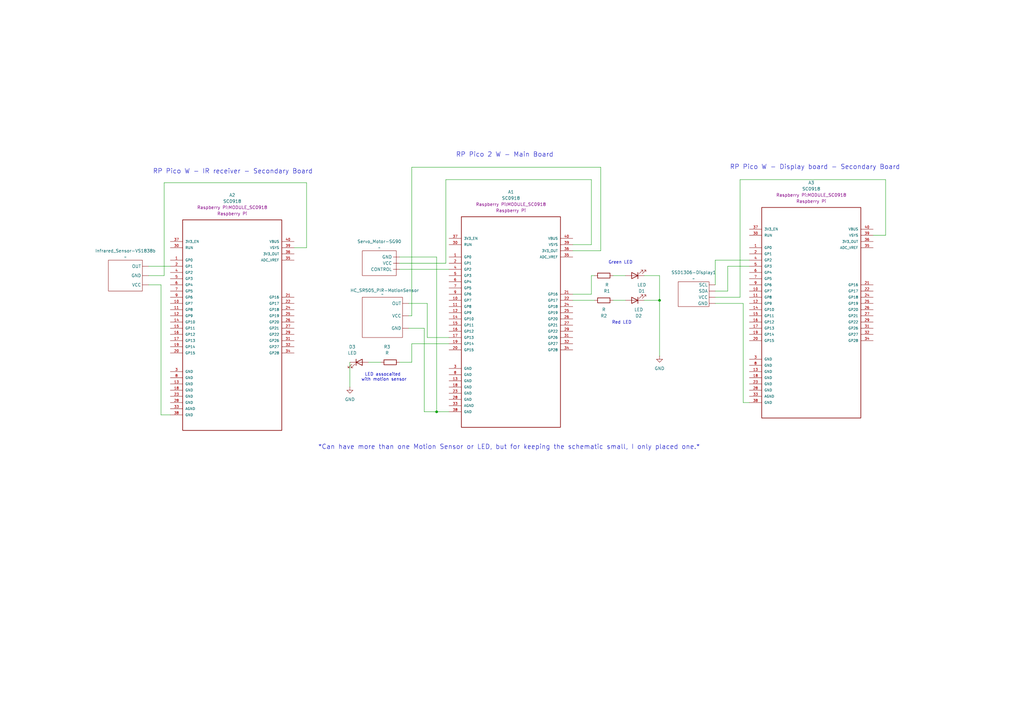
<source format=kicad_sch>
(kicad_sch
	(version 20250114)
	(generator "eeschema")
	(generator_version "9.0")
	(uuid "171e58cf-12c8-4f0b-a5da-22733a5f67e8")
	(paper "A3")
	(lib_symbols
		(symbol "Analog_ADC:SG90-Servo_Motor"
			(exclude_from_sim no)
			(in_bom yes)
			(on_board yes)
			(property "Reference" "Servo Motor"
				(at 0 0 0)
				(effects
					(font
						(size 1.27 1.27)
					)
				)
			)
			(property "Value" ""
				(at 0 0 0)
				(effects
					(font
						(size 1.27 1.27)
					)
				)
			)
			(property "Footprint" ""
				(at 0 0 0)
				(effects
					(font
						(size 1.27 1.27)
					)
					(hide yes)
				)
			)
			(property "Datasheet" ""
				(at 0 0 0)
				(effects
					(font
						(size 1.27 1.27)
					)
					(hide yes)
				)
			)
			(property "Description" ""
				(at 0 0 0)
				(effects
					(font
						(size 1.27 1.27)
					)
					(hide yes)
				)
			)
			(symbol "SG90-Servo_Motor_0_1"
				(rectangle
					(start -6.35 -1.27)
					(end 7.62 -11.43)
					(stroke
						(width 0)
						(type default)
					)
					(fill
						(type none)
					)
				)
			)
			(symbol "SG90-Servo_Motor_1_1"
				(pin output line
					(at 8.89 -3.81 180)
					(length 2.54)
					(name "GND"
						(effects
							(font
								(size 1.27 1.27)
							)
						)
					)
					(number ""
						(effects
							(font
								(size 1.27 1.27)
							)
						)
					)
				)
				(pin input line
					(at 8.89 -6.35 180)
					(length 2.54)
					(name "VCC"
						(effects
							(font
								(size 1.27 1.27)
							)
						)
					)
					(number ""
						(effects
							(font
								(size 1.27 1.27)
							)
						)
					)
				)
				(pin input line
					(at 8.89 -8.89 180)
					(length 2.54)
					(name "CONTROL"
						(effects
							(font
								(size 1.27 1.27)
							)
						)
					)
					(number ""
						(effects
							(font
								(size 1.27 1.27)
							)
						)
					)
				)
			)
			(embedded_fonts no)
		)
		(symbol "Device:LED"
			(pin_numbers
				(hide yes)
			)
			(pin_names
				(offset 1.016)
				(hide yes)
			)
			(exclude_from_sim no)
			(in_bom yes)
			(on_board yes)
			(property "Reference" "D"
				(at 0 2.54 0)
				(effects
					(font
						(size 1.27 1.27)
					)
				)
			)
			(property "Value" "LED"
				(at 0 -2.54 0)
				(effects
					(font
						(size 1.27 1.27)
					)
				)
			)
			(property "Footprint" ""
				(at 0 0 0)
				(effects
					(font
						(size 1.27 1.27)
					)
					(hide yes)
				)
			)
			(property "Datasheet" "~"
				(at 0 0 0)
				(effects
					(font
						(size 1.27 1.27)
					)
					(hide yes)
				)
			)
			(property "Description" "Light emitting diode"
				(at 0 0 0)
				(effects
					(font
						(size 1.27 1.27)
					)
					(hide yes)
				)
			)
			(property "Sim.Pins" "1=K 2=A"
				(at 0 0 0)
				(effects
					(font
						(size 1.27 1.27)
					)
					(hide yes)
				)
			)
			(property "ki_keywords" "LED diode"
				(at 0 0 0)
				(effects
					(font
						(size 1.27 1.27)
					)
					(hide yes)
				)
			)
			(property "ki_fp_filters" "LED* LED_SMD:* LED_THT:*"
				(at 0 0 0)
				(effects
					(font
						(size 1.27 1.27)
					)
					(hide yes)
				)
			)
			(symbol "LED_0_1"
				(polyline
					(pts
						(xy -3.048 -0.762) (xy -4.572 -2.286) (xy -3.81 -2.286) (xy -4.572 -2.286) (xy -4.572 -1.524)
					)
					(stroke
						(width 0)
						(type default)
					)
					(fill
						(type none)
					)
				)
				(polyline
					(pts
						(xy -1.778 -0.762) (xy -3.302 -2.286) (xy -2.54 -2.286) (xy -3.302 -2.286) (xy -3.302 -1.524)
					)
					(stroke
						(width 0)
						(type default)
					)
					(fill
						(type none)
					)
				)
				(polyline
					(pts
						(xy -1.27 0) (xy 1.27 0)
					)
					(stroke
						(width 0)
						(type default)
					)
					(fill
						(type none)
					)
				)
				(polyline
					(pts
						(xy -1.27 -1.27) (xy -1.27 1.27)
					)
					(stroke
						(width 0.254)
						(type default)
					)
					(fill
						(type none)
					)
				)
				(polyline
					(pts
						(xy 1.27 -1.27) (xy 1.27 1.27) (xy -1.27 0) (xy 1.27 -1.27)
					)
					(stroke
						(width 0.254)
						(type default)
					)
					(fill
						(type none)
					)
				)
			)
			(symbol "LED_1_1"
				(pin passive line
					(at -3.81 0 0)
					(length 2.54)
					(name "K"
						(effects
							(font
								(size 1.27 1.27)
							)
						)
					)
					(number "1"
						(effects
							(font
								(size 1.27 1.27)
							)
						)
					)
				)
				(pin passive line
					(at 3.81 0 180)
					(length 2.54)
					(name "A"
						(effects
							(font
								(size 1.27 1.27)
							)
						)
					)
					(number "2"
						(effects
							(font
								(size 1.27 1.27)
							)
						)
					)
				)
			)
			(embedded_fonts no)
		)
		(symbol "Device:R"
			(pin_numbers
				(hide yes)
			)
			(pin_names
				(offset 0)
			)
			(exclude_from_sim no)
			(in_bom yes)
			(on_board yes)
			(property "Reference" "R"
				(at 2.032 0 90)
				(effects
					(font
						(size 1.27 1.27)
					)
				)
			)
			(property "Value" "R"
				(at 0 0 90)
				(effects
					(font
						(size 1.27 1.27)
					)
				)
			)
			(property "Footprint" ""
				(at -1.778 0 90)
				(effects
					(font
						(size 1.27 1.27)
					)
					(hide yes)
				)
			)
			(property "Datasheet" "~"
				(at 0 0 0)
				(effects
					(font
						(size 1.27 1.27)
					)
					(hide yes)
				)
			)
			(property "Description" "Resistor"
				(at 0 0 0)
				(effects
					(font
						(size 1.27 1.27)
					)
					(hide yes)
				)
			)
			(property "ki_keywords" "R res resistor"
				(at 0 0 0)
				(effects
					(font
						(size 1.27 1.27)
					)
					(hide yes)
				)
			)
			(property "ki_fp_filters" "R_*"
				(at 0 0 0)
				(effects
					(font
						(size 1.27 1.27)
					)
					(hide yes)
				)
			)
			(symbol "R_0_1"
				(rectangle
					(start -1.016 -2.54)
					(end 1.016 2.54)
					(stroke
						(width 0.254)
						(type default)
					)
					(fill
						(type none)
					)
				)
			)
			(symbol "R_1_1"
				(pin passive line
					(at 0 3.81 270)
					(length 1.27)
					(name "~"
						(effects
							(font
								(size 1.27 1.27)
							)
						)
					)
					(number "1"
						(effects
							(font
								(size 1.27 1.27)
							)
						)
					)
				)
				(pin passive line
					(at 0 -3.81 90)
					(length 1.27)
					(name "~"
						(effects
							(font
								(size 1.27 1.27)
							)
						)
					)
					(number "2"
						(effects
							(font
								(size 1.27 1.27)
							)
						)
					)
				)
			)
			(embedded_fonts no)
		)
		(symbol "Device:SSD1306-Display"
			(exclude_from_sim no)
			(in_bom yes)
			(on_board yes)
			(property "Reference" "SSD1306-Display"
				(at 0 0 0)
				(effects
					(font
						(size 1.27 1.27)
					)
				)
			)
			(property "Value" ""
				(at 0 0 0)
				(effects
					(font
						(size 1.27 1.27)
					)
				)
			)
			(property "Footprint" ""
				(at 0 0 0)
				(effects
					(font
						(size 1.27 1.27)
					)
					(hide yes)
				)
			)
			(property "Datasheet" ""
				(at 0 0 0)
				(effects
					(font
						(size 1.27 1.27)
					)
					(hide yes)
				)
			)
			(property "Description" ""
				(at 0 0 0)
				(effects
					(font
						(size 1.27 1.27)
					)
					(hide yes)
				)
			)
			(symbol "SSD1306-Display_0_1"
				(rectangle
					(start -6.35 -1.27)
					(end 6.35 -11.43)
					(stroke
						(width 0)
						(type default)
					)
					(fill
						(type none)
					)
				)
			)
			(symbol "SSD1306-Display_1_1"
				(pin input line
					(at 8.89 -2.54 180)
					(length 2.54)
					(name "SCL"
						(effects
							(font
								(size 1.27 1.27)
							)
						)
					)
					(number ""
						(effects
							(font
								(size 1.27 1.27)
							)
						)
					)
				)
				(pin input line
					(at 8.89 -5.08 180)
					(length 2.54)
					(name "SDA"
						(effects
							(font
								(size 1.27 1.27)
							)
						)
					)
					(number ""
						(effects
							(font
								(size 1.27 1.27)
							)
						)
					)
				)
				(pin input line
					(at 8.89 -7.62 180)
					(length 2.54)
					(name "VCC"
						(effects
							(font
								(size 1.27 1.27)
							)
						)
					)
					(number ""
						(effects
							(font
								(size 1.27 1.27)
							)
						)
					)
				)
				(pin input line
					(at 8.89 -10.16 180)
					(length 2.54)
					(name "GND"
						(effects
							(font
								(size 1.27 1.27)
							)
						)
					)
					(number ""
						(effects
							(font
								(size 1.27 1.27)
							)
						)
					)
				)
			)
			(embedded_fonts no)
		)
		(symbol "Pico W:SC0918"
			(pin_names
				(offset 1.016)
			)
			(exclude_from_sim no)
			(in_bom yes)
			(on_board yes)
			(property "Reference" "A1"
				(at 0 58.42 0)
				(effects
					(font
						(size 1.27 1.27)
					)
				)
			)
			(property "Value" "SC0918"
				(at 0 55.88 0)
				(effects
					(font
						(size 1.27 1.27)
					)
				)
			)
			(property "Footprint" "Raspberry Pi:MODULE_SC0918"
				(at -12.7 -46.99 0)
				(effects
					(font
						(size 1.27 1.27)
					)
					(justify bottom)
				)
			)
			(property "Datasheet" "https://datasheets.raspberrypi.com/picow/pico-w-datasheet.pdf"
				(at -26.67 -49.53 0)
				(effects
					(font
						(size 1.27 1.27)
					)
					(justify left bottom)
					(hide yes)
				)
			)
			(property "Description" ""
				(at 0 0 0)
				(effects
					(font
						(size 1.27 1.27)
					)
					(hide yes)
				)
			)
			(property "manufacturer" "Raspberry Pi"
				(at 0 53.34 0)
				(effects
					(font
						(size 1.27 1.27)
					)
				)
			)
			(property "P/N" "SC0918"
				(at 0 50.8 0)
				(effects
					(font
						(size 1.27 1.27)
					)
					(hide yes)
				)
			)
			(property "PARTREV" "1.6"
				(at 0 48.26 0)
				(effects
					(font
						(size 1.27 1.27)
					)
					(hide yes)
				)
			)
			(property "MAXIMUM_PACKAGE_HEIGHT" "3.73mm"
				(at 0 45.72 0)
				(effects
					(font
						(size 1.27 1.27)
					)
					(hide yes)
				)
			)
			(symbol "SC0918_0_0"
				(rectangle
					(start -20.32 -43.18)
					(end 20.32 43.18)
					(stroke
						(width 0.254)
						(type default)
					)
					(fill
						(type none)
					)
				)
				(pin input line
					(at -25.4 34.29 0)
					(length 5.08)
					(name "3V3_EN"
						(effects
							(font
								(size 1.016 1.016)
							)
						)
					)
					(number "37"
						(effects
							(font
								(size 1.016 1.016)
							)
						)
					)
				)
				(pin input line
					(at -25.4 31.75 0)
					(length 5.08)
					(name "RUN"
						(effects
							(font
								(size 1.016 1.016)
							)
						)
					)
					(number "30"
						(effects
							(font
								(size 1.016 1.016)
							)
						)
					)
				)
				(pin bidirectional line
					(at -25.4 26.67 0)
					(length 5.08)
					(name "GP0"
						(effects
							(font
								(size 1.016 1.016)
							)
						)
					)
					(number "1"
						(effects
							(font
								(size 1.016 1.016)
							)
						)
					)
				)
				(pin bidirectional line
					(at -25.4 24.13 0)
					(length 5.08)
					(name "GP1"
						(effects
							(font
								(size 1.016 1.016)
							)
						)
					)
					(number "2"
						(effects
							(font
								(size 1.016 1.016)
							)
						)
					)
				)
				(pin bidirectional line
					(at -25.4 21.59 0)
					(length 5.08)
					(name "GP2"
						(effects
							(font
								(size 1.016 1.016)
							)
						)
					)
					(number "4"
						(effects
							(font
								(size 1.016 1.016)
							)
						)
					)
				)
				(pin bidirectional line
					(at -25.4 19.05 0)
					(length 5.08)
					(name "GP3"
						(effects
							(font
								(size 1.016 1.016)
							)
						)
					)
					(number "5"
						(effects
							(font
								(size 1.016 1.016)
							)
						)
					)
				)
				(pin bidirectional line
					(at -25.4 16.51 0)
					(length 5.08)
					(name "GP4"
						(effects
							(font
								(size 1.016 1.016)
							)
						)
					)
					(number "6"
						(effects
							(font
								(size 1.016 1.016)
							)
						)
					)
				)
				(pin bidirectional line
					(at -25.4 13.97 0)
					(length 5.08)
					(name "GP5"
						(effects
							(font
								(size 1.016 1.016)
							)
						)
					)
					(number "7"
						(effects
							(font
								(size 1.016 1.016)
							)
						)
					)
				)
				(pin bidirectional line
					(at -25.4 11.43 0)
					(length 5.08)
					(name "GP6"
						(effects
							(font
								(size 1.016 1.016)
							)
						)
					)
					(number "9"
						(effects
							(font
								(size 1.016 1.016)
							)
						)
					)
				)
				(pin bidirectional line
					(at -25.4 8.89 0)
					(length 5.08)
					(name "GP7"
						(effects
							(font
								(size 1.016 1.016)
							)
						)
					)
					(number "10"
						(effects
							(font
								(size 1.016 1.016)
							)
						)
					)
				)
				(pin bidirectional line
					(at -25.4 6.35 0)
					(length 5.08)
					(name "GP8"
						(effects
							(font
								(size 1.016 1.016)
							)
						)
					)
					(number "11"
						(effects
							(font
								(size 1.016 1.016)
							)
						)
					)
				)
				(pin bidirectional line
					(at -25.4 3.81 0)
					(length 5.08)
					(name "GP9"
						(effects
							(font
								(size 1.016 1.016)
							)
						)
					)
					(number "12"
						(effects
							(font
								(size 1.016 1.016)
							)
						)
					)
				)
				(pin bidirectional line
					(at -25.4 1.27 0)
					(length 5.08)
					(name "GP10"
						(effects
							(font
								(size 1.016 1.016)
							)
						)
					)
					(number "14"
						(effects
							(font
								(size 1.016 1.016)
							)
						)
					)
				)
				(pin bidirectional line
					(at -25.4 -1.27 0)
					(length 5.08)
					(name "GP11"
						(effects
							(font
								(size 1.016 1.016)
							)
						)
					)
					(number "15"
						(effects
							(font
								(size 1.016 1.016)
							)
						)
					)
				)
				(pin bidirectional line
					(at -25.4 -3.81 0)
					(length 5.08)
					(name "GP12"
						(effects
							(font
								(size 1.016 1.016)
							)
						)
					)
					(number "16"
						(effects
							(font
								(size 1.016 1.016)
							)
						)
					)
				)
				(pin bidirectional line
					(at -25.4 -6.35 0)
					(length 5.08)
					(name "GP13"
						(effects
							(font
								(size 1.016 1.016)
							)
						)
					)
					(number "17"
						(effects
							(font
								(size 1.016 1.016)
							)
						)
					)
				)
				(pin bidirectional line
					(at -25.4 -8.89 0)
					(length 5.08)
					(name "GP14"
						(effects
							(font
								(size 1.016 1.016)
							)
						)
					)
					(number "19"
						(effects
							(font
								(size 1.016 1.016)
							)
						)
					)
				)
				(pin bidirectional line
					(at -25.4 -11.43 0)
					(length 5.08)
					(name "GP15"
						(effects
							(font
								(size 1.016 1.016)
							)
						)
					)
					(number "20"
						(effects
							(font
								(size 1.016 1.016)
							)
						)
					)
				)
				(pin power_in line
					(at -25.4 -19.05 0)
					(length 5.08)
					(name "GND"
						(effects
							(font
								(size 1.016 1.016)
							)
						)
					)
					(number "3"
						(effects
							(font
								(size 1.016 1.016)
							)
						)
					)
				)
				(pin power_in line
					(at -25.4 -21.59 0)
					(length 5.08)
					(name "GND"
						(effects
							(font
								(size 1.016 1.016)
							)
						)
					)
					(number "8"
						(effects
							(font
								(size 1.016 1.016)
							)
						)
					)
				)
				(pin power_in line
					(at -25.4 -24.13 0)
					(length 5.08)
					(name "GND"
						(effects
							(font
								(size 1.016 1.016)
							)
						)
					)
					(number "13"
						(effects
							(font
								(size 1.016 1.016)
							)
						)
					)
				)
				(pin power_in line
					(at -25.4 -26.67 0)
					(length 5.08)
					(name "GND"
						(effects
							(font
								(size 1.016 1.016)
							)
						)
					)
					(number "18"
						(effects
							(font
								(size 1.016 1.016)
							)
						)
					)
				)
				(pin power_in line
					(at -25.4 -29.21 0)
					(length 5.08)
					(name "GND"
						(effects
							(font
								(size 1.016 1.016)
							)
						)
					)
					(number "23"
						(effects
							(font
								(size 1.016 1.016)
							)
						)
					)
				)
				(pin power_in line
					(at -25.4 -31.75 0)
					(length 5.08)
					(name "GND"
						(effects
							(font
								(size 1.016 1.016)
							)
						)
					)
					(number "28"
						(effects
							(font
								(size 1.016 1.016)
							)
						)
					)
				)
				(pin power_in line
					(at -25.4 -34.29 0)
					(length 5.08)
					(name "AGND"
						(effects
							(font
								(size 1.016 1.016)
							)
						)
					)
					(number "33"
						(effects
							(font
								(size 1.016 1.016)
							)
						)
					)
				)
				(pin power_in line
					(at -25.4 -36.83 0)
					(length 5.08)
					(name "GND"
						(effects
							(font
								(size 1.016 1.016)
							)
						)
					)
					(number "38"
						(effects
							(font
								(size 1.016 1.016)
							)
						)
					)
				)
				(pin free line
					(at 25.4 34.29 180)
					(length 5.08)
					(name "VBUS"
						(effects
							(font
								(size 1.016 1.016)
							)
						)
					)
					(number "40"
						(effects
							(font
								(size 1.016 1.016)
							)
						)
					)
				)
				(pin free line
					(at 25.4 31.75 180)
					(length 5.08)
					(name "VSYS"
						(effects
							(font
								(size 1.016 1.016)
							)
						)
					)
					(number "39"
						(effects
							(font
								(size 1.016 1.016)
							)
						)
					)
				)
				(pin power_in line
					(at 25.4 29.21 180)
					(length 5.08)
					(name "3V3_OUT"
						(effects
							(font
								(size 1.016 1.016)
							)
						)
					)
					(number "36"
						(effects
							(font
								(size 1.016 1.016)
							)
						)
					)
				)
				(pin power_in line
					(at 25.4 26.67 180)
					(length 5.08)
					(name "ADC_VREF"
						(effects
							(font
								(size 1.016 1.016)
							)
						)
					)
					(number "35"
						(effects
							(font
								(size 1.016 1.016)
							)
						)
					)
				)
				(pin bidirectional line
					(at 25.4 11.43 180)
					(length 5.08)
					(name "GP16"
						(effects
							(font
								(size 1.016 1.016)
							)
						)
					)
					(number "21"
						(effects
							(font
								(size 1.016 1.016)
							)
						)
					)
				)
				(pin bidirectional line
					(at 25.4 8.89 180)
					(length 5.08)
					(name "GP17"
						(effects
							(font
								(size 1.016 1.016)
							)
						)
					)
					(number "22"
						(effects
							(font
								(size 1.016 1.016)
							)
						)
					)
				)
				(pin bidirectional line
					(at 25.4 6.35 180)
					(length 5.08)
					(name "GP18"
						(effects
							(font
								(size 1.016 1.016)
							)
						)
					)
					(number "24"
						(effects
							(font
								(size 1.016 1.016)
							)
						)
					)
				)
				(pin bidirectional line
					(at 25.4 3.81 180)
					(length 5.08)
					(name "GP19"
						(effects
							(font
								(size 1.016 1.016)
							)
						)
					)
					(number "25"
						(effects
							(font
								(size 1.016 1.016)
							)
						)
					)
				)
				(pin bidirectional line
					(at 25.4 1.27 180)
					(length 5.08)
					(name "GP20"
						(effects
							(font
								(size 1.016 1.016)
							)
						)
					)
					(number "26"
						(effects
							(font
								(size 1.016 1.016)
							)
						)
					)
				)
				(pin bidirectional line
					(at 25.4 -1.27 180)
					(length 5.08)
					(name "GP21"
						(effects
							(font
								(size 1.016 1.016)
							)
						)
					)
					(number "27"
						(effects
							(font
								(size 1.016 1.016)
							)
						)
					)
				)
				(pin bidirectional line
					(at 25.4 -3.81 180)
					(length 5.08)
					(name "GP22"
						(effects
							(font
								(size 1.016 1.016)
							)
						)
					)
					(number "29"
						(effects
							(font
								(size 1.016 1.016)
							)
						)
					)
				)
				(pin bidirectional line
					(at 25.4 -6.35 180)
					(length 5.08)
					(name "GP26"
						(effects
							(font
								(size 1.016 1.016)
							)
						)
					)
					(number "31"
						(effects
							(font
								(size 1.016 1.016)
							)
						)
					)
				)
				(pin bidirectional line
					(at 25.4 -8.89 180)
					(length 5.08)
					(name "GP27"
						(effects
							(font
								(size 1.016 1.016)
							)
						)
					)
					(number "32"
						(effects
							(font
								(size 1.016 1.016)
							)
						)
					)
				)
				(pin bidirectional line
					(at 25.4 -11.43 180)
					(length 5.08)
					(name "GP28"
						(effects
							(font
								(size 1.016 1.016)
							)
						)
					)
					(number "34"
						(effects
							(font
								(size 1.016 1.016)
							)
						)
					)
				)
			)
			(embedded_fonts no)
		)
		(symbol "Sensor:HC_SR505_PIR_-_Motion_Sensor"
			(exclude_from_sim no)
			(in_bom yes)
			(on_board yes)
			(property "Reference" "HCSR505PIR-MotionSensor"
				(at 0 0 0)
				(effects
					(font
						(size 1.27 1.27)
					)
				)
			)
			(property "Value" ""
				(at 0 0 0)
				(effects
					(font
						(size 1.27 1.27)
					)
				)
			)
			(property "Footprint" ""
				(at 0 0 0)
				(effects
					(font
						(size 1.27 1.27)
					)
					(hide yes)
				)
			)
			(property "Datasheet" ""
				(at 0 0 0)
				(effects
					(font
						(size 1.27 1.27)
					)
					(hide yes)
				)
			)
			(property "Description" ""
				(at 0 0 0)
				(effects
					(font
						(size 1.27 1.27)
					)
					(hide yes)
				)
			)
			(symbol "HC_SR505_PIR_-_Motion_Sensor_0_1"
				(rectangle
					(start -8.89 -1.27)
					(end 7.62 -17.78)
					(stroke
						(width 0)
						(type default)
					)
					(fill
						(type none)
					)
				)
			)
			(symbol "HC_SR505_PIR_-_Motion_Sensor_1_1"
				(pin input line
					(at 10.16 -3.81 180)
					(length 2.54)
					(name "OUT"
						(effects
							(font
								(size 1.27 1.27)
							)
						)
					)
					(number ""
						(effects
							(font
								(size 1.27 1.27)
							)
						)
					)
				)
				(pin input line
					(at 10.16 -8.89 180)
					(length 2.54)
					(name "VCC"
						(effects
							(font
								(size 1.27 1.27)
							)
						)
					)
					(number ""
						(effects
							(font
								(size 1.27 1.27)
							)
						)
					)
				)
				(pin input line
					(at 10.16 -13.97 180)
					(length 2.54)
					(name "GND"
						(effects
							(font
								(size 1.27 1.27)
							)
						)
					)
					(number ""
						(effects
							(font
								(size 1.27 1.27)
							)
						)
					)
				)
			)
			(embedded_fonts no)
		)
		(symbol "Sensor:Infrared_Sensor"
			(exclude_from_sim no)
			(in_bom yes)
			(on_board yes)
			(property "Reference" "Infrared Sensor"
				(at 0 0 0)
				(effects
					(font
						(size 1.27 1.27)
					)
				)
			)
			(property "Value" ""
				(at 0 0 0)
				(effects
					(font
						(size 1.27 1.27)
					)
				)
			)
			(property "Footprint" ""
				(at 0 0 0)
				(effects
					(font
						(size 1.27 1.27)
					)
					(hide yes)
				)
			)
			(property "Datasheet" ""
				(at 0 0 0)
				(effects
					(font
						(size 1.27 1.27)
					)
					(hide yes)
				)
			)
			(property "Description" ""
				(at 0 0 0)
				(effects
					(font
						(size 1.27 1.27)
					)
					(hide yes)
				)
			)
			(symbol "Infrared_Sensor_0_1"
				(rectangle
					(start -6.35 -2.54)
					(end 7.62 -15.24)
					(stroke
						(width 0)
						(type default)
					)
					(fill
						(type none)
					)
				)
			)
			(symbol "Infrared_Sensor_1_1"
				(pin input line
					(at 10.16 -5.08 180)
					(length 2.54)
					(name "OUT"
						(effects
							(font
								(size 1.27 1.27)
							)
						)
					)
					(number ""
						(effects
							(font
								(size 1.27 1.27)
							)
						)
					)
				)
				(pin input line
					(at 10.16 -8.89 180)
					(length 2.54)
					(name "GND"
						(effects
							(font
								(size 1.27 1.27)
							)
						)
					)
					(number ""
						(effects
							(font
								(size 1.27 1.27)
							)
						)
					)
				)
				(pin input line
					(at 10.16 -12.7 180)
					(length 2.54)
					(name "VCC"
						(effects
							(font
								(size 1.27 1.27)
							)
						)
					)
					(number ""
						(effects
							(font
								(size 1.27 1.27)
							)
						)
					)
				)
			)
			(embedded_fonts no)
		)
		(symbol "power:GND"
			(power)
			(pin_numbers
				(hide yes)
			)
			(pin_names
				(offset 0)
				(hide yes)
			)
			(exclude_from_sim no)
			(in_bom yes)
			(on_board yes)
			(property "Reference" "#PWR"
				(at 0 -6.35 0)
				(effects
					(font
						(size 1.27 1.27)
					)
					(hide yes)
				)
			)
			(property "Value" "GND"
				(at 0 -3.81 0)
				(effects
					(font
						(size 1.27 1.27)
					)
				)
			)
			(property "Footprint" ""
				(at 0 0 0)
				(effects
					(font
						(size 1.27 1.27)
					)
					(hide yes)
				)
			)
			(property "Datasheet" ""
				(at 0 0 0)
				(effects
					(font
						(size 1.27 1.27)
					)
					(hide yes)
				)
			)
			(property "Description" "Power symbol creates a global label with name \"GND\" , ground"
				(at 0 0 0)
				(effects
					(font
						(size 1.27 1.27)
					)
					(hide yes)
				)
			)
			(property "ki_keywords" "global power"
				(at 0 0 0)
				(effects
					(font
						(size 1.27 1.27)
					)
					(hide yes)
				)
			)
			(symbol "GND_0_1"
				(polyline
					(pts
						(xy 0 0) (xy 0 -1.27) (xy 1.27 -1.27) (xy 0 -2.54) (xy -1.27 -1.27) (xy 0 -1.27)
					)
					(stroke
						(width 0)
						(type default)
					)
					(fill
						(type none)
					)
				)
			)
			(symbol "GND_1_1"
				(pin power_in line
					(at 0 0 270)
					(length 0)
					(name "~"
						(effects
							(font
								(size 1.27 1.27)
							)
						)
					)
					(number "1"
						(effects
							(font
								(size 1.27 1.27)
							)
						)
					)
				)
			)
			(embedded_fonts no)
		)
	)
	(text "RP Pico 2 W - Main Board"
		(exclude_from_sim no)
		(at 207.01 63.5 0)
		(effects
			(font
				(size 1.905 1.905)
			)
		)
		(uuid "060eee6a-f762-4f36-9cf6-408713441275")
	)
	(text "RP Pico W - IR receiver - Secondary Board"
		(exclude_from_sim no)
		(at 95.504 70.358 0)
		(effects
			(font
				(size 1.905 1.905)
			)
		)
		(uuid "1b84da4a-7424-4e31-948b-f0248b67b275")
	)
	(text "*Can have more than one Motion Sensor or LED, but for keeping the schematic small, I only placed one.*"
		(exclude_from_sim no)
		(at 208.788 183.388 0)
		(effects
			(font
				(size 1.905 1.905)
			)
		)
		(uuid "1d27c3ca-0238-4d27-9c59-0c1f0d36053c")
	)
	(text "Green LED"
		(exclude_from_sim no)
		(at 254.508 107.696 0)
		(effects
			(font
				(size 1.27 1.27)
			)
		)
		(uuid "3c992771-3494-4afa-891c-db4b991d607b")
	)
	(text "LED assocaited \nwith motion sensor\n"
		(exclude_from_sim no)
		(at 157.48 154.686 0)
		(effects
			(font
				(size 1.27 1.27)
			)
		)
		(uuid "5213f7d6-3d28-4cf0-8706-f98ca264b89e")
	)
	(text "Red LED"
		(exclude_from_sim no)
		(at 255.016 132.334 0)
		(effects
			(font
				(size 1.27 1.27)
			)
		)
		(uuid "e475e701-e717-4fea-beb4-6606817cc5d8")
	)
	(text "RP Pico W - Display board - Secondary Board"
		(exclude_from_sim no)
		(at 334.264 68.58 0)
		(effects
			(font
				(size 1.905 1.905)
			)
		)
		(uuid "f3ba605a-b232-422d-998c-f5ef6da8330c")
	)
	(junction
		(at 179.07 168.91)
		(diameter 0)
		(color 0 0 0 0)
		(uuid "bdb019d3-6596-4aa7-a28d-7198dc20d1e6")
	)
	(junction
		(at 270.51 123.19)
		(diameter 0)
		(color 0 0 0 0)
		(uuid "f19d3fcd-b70c-420f-ae96-1d279cf0c501")
	)
	(wire
		(pts
			(xy 67.31 113.03) (xy 67.31 74.93)
		)
		(stroke
			(width 0)
			(type default)
		)
		(uuid "0080b124-2b19-41a4-80bd-0843046d998a")
	)
	(wire
		(pts
			(xy 66.04 116.84) (xy 60.96 116.84)
		)
		(stroke
			(width 0)
			(type default)
		)
		(uuid "03053c34-8002-448a-b06f-f3fb4b011bbb")
	)
	(wire
		(pts
			(xy 67.31 74.93) (xy 125.73 74.93)
		)
		(stroke
			(width 0)
			(type default)
		)
		(uuid "0312a33e-c09e-405d-8d5c-a906ca24d953")
	)
	(wire
		(pts
			(xy 303.53 73.66) (xy 363.22 73.66)
		)
		(stroke
			(width 0)
			(type default)
		)
		(uuid "06efa80f-933e-438a-9381-a5763dd660bd")
	)
	(wire
		(pts
			(xy 270.51 123.19) (xy 270.51 146.05)
		)
		(stroke
			(width 0)
			(type default)
		)
		(uuid "07c19836-bd22-4e90-bd59-f709519213be")
	)
	(wire
		(pts
			(xy 264.16 123.19) (xy 270.51 123.19)
		)
		(stroke
			(width 0)
			(type default)
		)
		(uuid "0b5a9cfe-46c6-43b1-82cd-ff7a6f1b96ae")
	)
	(wire
		(pts
			(xy 69.85 170.18) (xy 66.04 170.18)
		)
		(stroke
			(width 0)
			(type default)
		)
		(uuid "0b9eb931-de38-44c2-b7a0-917556b6a0ce")
	)
	(wire
		(pts
			(xy 60.96 109.22) (xy 69.85 109.22)
		)
		(stroke
			(width 0)
			(type default)
		)
		(uuid "0c728fdc-4b55-482e-91e6-ad23738b8054")
	)
	(wire
		(pts
			(xy 270.51 113.03) (xy 264.16 113.03)
		)
		(stroke
			(width 0)
			(type default)
		)
		(uuid "1c1e7083-b0f3-40aa-bebf-6cbe25b77a1e")
	)
	(wire
		(pts
			(xy 175.26 138.43) (xy 184.15 138.43)
		)
		(stroke
			(width 0)
			(type default)
		)
		(uuid "20567a31-b577-4c06-bde1-737cfd4ee03c")
	)
	(wire
		(pts
			(xy 298.45 119.38) (xy 298.45 109.22)
		)
		(stroke
			(width 0)
			(type default)
		)
		(uuid "24773e7b-b0c1-428c-be50-bc40e62ecee2")
	)
	(wire
		(pts
			(xy 304.8 124.46) (xy 304.8 165.1)
		)
		(stroke
			(width 0)
			(type default)
		)
		(uuid "2d5d8f9c-0d71-4517-8a9b-af8e13295924")
	)
	(wire
		(pts
			(xy 246.38 102.87) (xy 234.95 102.87)
		)
		(stroke
			(width 0)
			(type default)
		)
		(uuid "336a7d6a-3b4c-4dab-92a0-60ab1ebbee3f")
	)
	(wire
		(pts
			(xy 256.54 113.03) (xy 251.46 113.03)
		)
		(stroke
			(width 0)
			(type default)
		)
		(uuid "35547bfd-3f00-45e1-955a-702874d88e75")
	)
	(wire
		(pts
			(xy 168.91 68.58) (xy 168.91 129.54)
		)
		(stroke
			(width 0)
			(type default)
		)
		(uuid "37a5527e-0ddd-42d9-a7d2-4f7b334d294a")
	)
	(wire
		(pts
			(xy 167.64 124.46) (xy 175.26 124.46)
		)
		(stroke
			(width 0)
			(type default)
		)
		(uuid "4810bb4f-c255-436b-9582-0ec1c014739f")
	)
	(wire
		(pts
			(xy 242.57 113.03) (xy 242.57 120.65)
		)
		(stroke
			(width 0)
			(type default)
		)
		(uuid "48b93b70-ffb9-412a-a7af-3641ec03dbce")
	)
	(wire
		(pts
			(xy 163.83 107.95) (xy 182.88 107.95)
		)
		(stroke
			(width 0)
			(type default)
		)
		(uuid "4a1dc736-a264-4bc3-815c-13ad2f82be35")
	)
	(wire
		(pts
			(xy 173.99 134.62) (xy 173.99 168.91)
		)
		(stroke
			(width 0)
			(type default)
		)
		(uuid "4d73ff47-4236-4555-a7bb-962558c5c3ee")
	)
	(wire
		(pts
			(xy 143.51 148.59) (xy 143.51 158.75)
		)
		(stroke
			(width 0)
			(type default)
		)
		(uuid "5356e5ce-d58c-4ce2-b78e-a329867cd934")
	)
	(wire
		(pts
			(xy 163.83 105.41) (xy 179.07 105.41)
		)
		(stroke
			(width 0)
			(type default)
		)
		(uuid "57c2b5f5-791f-497c-95ad-b35e7d6828ad")
	)
	(wire
		(pts
			(xy 293.37 121.92) (xy 303.53 121.92)
		)
		(stroke
			(width 0)
			(type default)
		)
		(uuid "631a330b-1738-42dc-8f20-892e5a9eefbe")
	)
	(wire
		(pts
			(xy 66.04 170.18) (xy 66.04 116.84)
		)
		(stroke
			(width 0)
			(type default)
		)
		(uuid "6849486b-75fc-4122-9f15-969977a4a0fc")
	)
	(wire
		(pts
			(xy 303.53 121.92) (xy 303.53 73.66)
		)
		(stroke
			(width 0)
			(type default)
		)
		(uuid "70e9609d-ad25-4de1-be19-54969ba4b53d")
	)
	(wire
		(pts
			(xy 242.57 100.33) (xy 234.95 100.33)
		)
		(stroke
			(width 0)
			(type default)
		)
		(uuid "733d5611-ac39-4cb2-bb07-c3eab3c4a7d5")
	)
	(wire
		(pts
			(xy 151.13 148.59) (xy 156.21 148.59)
		)
		(stroke
			(width 0)
			(type default)
		)
		(uuid "79591db9-861e-48ab-acc7-8d0eb1dcef67")
	)
	(wire
		(pts
			(xy 168.91 68.58) (xy 246.38 68.58)
		)
		(stroke
			(width 0)
			(type default)
		)
		(uuid "7db9795a-c5d7-48ad-85d7-dcdeceff2e47")
	)
	(wire
		(pts
			(xy 363.22 96.52) (xy 358.14 96.52)
		)
		(stroke
			(width 0)
			(type default)
		)
		(uuid "82a3fcd9-6c32-4139-8b06-3aa811222fe9")
	)
	(wire
		(pts
			(xy 168.91 140.97) (xy 184.15 140.97)
		)
		(stroke
			(width 0)
			(type default)
		)
		(uuid "8650bb2b-e53c-4d98-ab76-564d776a147a")
	)
	(wire
		(pts
			(xy 175.26 124.46) (xy 175.26 138.43)
		)
		(stroke
			(width 0)
			(type default)
		)
		(uuid "88c7d5fb-a031-4914-9235-5e9eaa1068ce")
	)
	(wire
		(pts
			(xy 246.38 68.58) (xy 246.38 102.87)
		)
		(stroke
			(width 0)
			(type default)
		)
		(uuid "8a1c7931-2d59-44cd-8b41-7eae32c6438f")
	)
	(wire
		(pts
			(xy 256.54 123.19) (xy 251.46 123.19)
		)
		(stroke
			(width 0)
			(type default)
		)
		(uuid "8eb2d746-1fb4-4096-9b05-c6bf1a173d00")
	)
	(wire
		(pts
			(xy 125.73 74.93) (xy 125.73 101.6)
		)
		(stroke
			(width 0)
			(type default)
		)
		(uuid "90b48143-fc53-4af1-8723-52f906461b5a")
	)
	(wire
		(pts
			(xy 363.22 73.66) (xy 363.22 96.52)
		)
		(stroke
			(width 0)
			(type default)
		)
		(uuid "9cdfce0c-9e37-4451-92f4-1e7fe7032473")
	)
	(wire
		(pts
			(xy 298.45 109.22) (xy 307.34 109.22)
		)
		(stroke
			(width 0)
			(type default)
		)
		(uuid "a06a39e1-b00d-4d39-a5b8-9d654b5e7e27")
	)
	(wire
		(pts
			(xy 60.96 113.03) (xy 67.31 113.03)
		)
		(stroke
			(width 0)
			(type default)
		)
		(uuid "a0c59ecb-5ac5-4e32-a992-2b1878b6c7b3")
	)
	(wire
		(pts
			(xy 293.37 106.68) (xy 307.34 106.68)
		)
		(stroke
			(width 0)
			(type default)
		)
		(uuid "a44ffa7f-b32a-4d4e-9800-5019744471e4")
	)
	(wire
		(pts
			(xy 182.88 107.95) (xy 182.88 73.66)
		)
		(stroke
			(width 0)
			(type default)
		)
		(uuid "a49dd405-d547-45ce-8b36-e2c7209f770b")
	)
	(wire
		(pts
			(xy 168.91 148.59) (xy 168.91 140.97)
		)
		(stroke
			(width 0)
			(type default)
		)
		(uuid "a4e856c4-011d-41fd-859b-3d36c62962e9")
	)
	(wire
		(pts
			(xy 173.99 168.91) (xy 179.07 168.91)
		)
		(stroke
			(width 0)
			(type default)
		)
		(uuid "a8b209c0-4025-4843-bc11-9ed5b0435423")
	)
	(wire
		(pts
			(xy 293.37 116.84) (xy 293.37 106.68)
		)
		(stroke
			(width 0)
			(type default)
		)
		(uuid "b439b2c0-7372-4e9e-baee-eb9f68c773c1")
	)
	(wire
		(pts
			(xy 179.07 168.91) (xy 184.15 168.91)
		)
		(stroke
			(width 0)
			(type default)
		)
		(uuid "b71f61e7-b5c3-4095-8a53-61ab815ce1b6")
	)
	(wire
		(pts
			(xy 293.37 124.46) (xy 304.8 124.46)
		)
		(stroke
			(width 0)
			(type default)
		)
		(uuid "b9da9fe7-f685-4569-91db-11f27c3fd12b")
	)
	(wire
		(pts
			(xy 167.64 129.54) (xy 168.91 129.54)
		)
		(stroke
			(width 0)
			(type default)
		)
		(uuid "bbdaf1cc-fb2d-4fd2-80be-8365bd1f450d")
	)
	(wire
		(pts
			(xy 167.64 134.62) (xy 173.99 134.62)
		)
		(stroke
			(width 0)
			(type default)
		)
		(uuid "bd626777-38b3-445e-bf91-f2c090efce98")
	)
	(wire
		(pts
			(xy 179.07 105.41) (xy 179.07 168.91)
		)
		(stroke
			(width 0)
			(type default)
		)
		(uuid "cc926376-8389-4c12-91e1-77bf9d003e70")
	)
	(wire
		(pts
			(xy 182.88 73.66) (xy 242.57 73.66)
		)
		(stroke
			(width 0)
			(type default)
		)
		(uuid "ced6d8a9-7d8b-4bcd-9eab-e40873a1d92f")
	)
	(wire
		(pts
			(xy 242.57 73.66) (xy 242.57 100.33)
		)
		(stroke
			(width 0)
			(type default)
		)
		(uuid "d07dcc2d-57e4-46bb-916f-05589fddf18e")
	)
	(wire
		(pts
			(xy 270.51 113.03) (xy 270.51 123.19)
		)
		(stroke
			(width 0)
			(type default)
		)
		(uuid "d307ed3f-f8d0-4f53-bd0d-fcda9385ea89")
	)
	(wire
		(pts
			(xy 242.57 113.03) (xy 243.84 113.03)
		)
		(stroke
			(width 0)
			(type default)
		)
		(uuid "d9826591-484b-4752-a2c9-2240db717c7a")
	)
	(wire
		(pts
			(xy 125.73 101.6) (xy 120.65 101.6)
		)
		(stroke
			(width 0)
			(type default)
		)
		(uuid "db043c29-48c4-4b85-9506-cb88f40e3049")
	)
	(wire
		(pts
			(xy 293.37 119.38) (xy 298.45 119.38)
		)
		(stroke
			(width 0)
			(type default)
		)
		(uuid "e87f1fa5-940a-4420-ad24-6d2d8d544df3")
	)
	(wire
		(pts
			(xy 163.83 148.59) (xy 168.91 148.59)
		)
		(stroke
			(width 0)
			(type default)
		)
		(uuid "eb5d7e28-5061-48f7-b9c1-ffd070616325")
	)
	(wire
		(pts
			(xy 242.57 120.65) (xy 234.95 120.65)
		)
		(stroke
			(width 0)
			(type default)
		)
		(uuid "ec0122a5-ee6b-47ab-81e3-335d5bca6798")
	)
	(wire
		(pts
			(xy 163.83 110.49) (xy 184.15 110.49)
		)
		(stroke
			(width 0)
			(type default)
		)
		(uuid "ec75bf15-6bde-444c-99b2-2342b5624fe9")
	)
	(wire
		(pts
			(xy 234.95 123.19) (xy 243.84 123.19)
		)
		(stroke
			(width 0)
			(type default)
		)
		(uuid "f88c41e1-6d16-492d-8790-5ce539f6cd8a")
	)
	(wire
		(pts
			(xy 304.8 165.1) (xy 307.34 165.1)
		)
		(stroke
			(width 0)
			(type default)
		)
		(uuid "ffb31efc-8cdf-41d6-87fb-0607f40ebb18")
	)
	(symbol
		(lib_id "Sensor:Infrared_Sensor")
		(at 50.8 104.14 0)
		(unit 1)
		(exclude_from_sim no)
		(in_bom yes)
		(on_board yes)
		(dnp no)
		(fields_autoplaced yes)
		(uuid "01c3da25-0fe6-4051-9bc9-4023a384789e")
		(property "Reference" "Infrared_Sensor-VS1838b"
			(at 51.435 102.87 0)
			(effects
				(font
					(size 1.27 1.27)
				)
			)
		)
		(property "Value" "~"
			(at 51.435 105.41 0)
			(effects
				(font
					(size 1.27 1.27)
				)
			)
		)
		(property "Footprint" ""
			(at 50.8 104.14 0)
			(effects
				(font
					(size 1.27 1.27)
				)
				(hide yes)
			)
		)
		(property "Datasheet" ""
			(at 50.8 104.14 0)
			(effects
				(font
					(size 1.27 1.27)
				)
				(hide yes)
			)
		)
		(property "Description" ""
			(at 50.8 104.14 0)
			(effects
				(font
					(size 1.27 1.27)
				)
				(hide yes)
			)
		)
		(pin ""
			(uuid "9616293e-1a42-43c6-b8ad-f32490b5662e")
		)
		(pin ""
			(uuid "1a0db587-787b-4276-97d3-382eaaaf8bdf")
		)
		(pin ""
			(uuid "c1328f86-c7de-4a01-b0b4-92352a49d9a9")
		)
		(instances
			(project ""
				(path "/171e58cf-12c8-4f0b-a5da-22733a5f67e8"
					(reference "Infrared_Sensor-VS1838b")
					(unit 1)
				)
			)
		)
	)
	(symbol
		(lib_id "Device:R")
		(at 160.02 148.59 90)
		(unit 1)
		(exclude_from_sim no)
		(in_bom yes)
		(on_board yes)
		(dnp no)
		(uuid "1370ad87-e930-497f-9250-80623a70fffc")
		(property "Reference" "R3"
			(at 158.75 142.24 90)
			(effects
				(font
					(size 1.27 1.27)
				)
			)
		)
		(property "Value" "R"
			(at 158.75 144.78 90)
			(effects
				(font
					(size 1.27 1.27)
				)
			)
		)
		(property "Footprint" ""
			(at 160.02 150.368 90)
			(effects
				(font
					(size 1.27 1.27)
				)
				(hide yes)
			)
		)
		(property "Datasheet" "~"
			(at 160.02 148.59 0)
			(effects
				(font
					(size 1.27 1.27)
				)
				(hide yes)
			)
		)
		(property "Description" "Resistor"
			(at 160.02 148.59 0)
			(effects
				(font
					(size 1.27 1.27)
				)
				(hide yes)
			)
		)
		(pin "2"
			(uuid "8a8fea14-d13b-4c55-bb1c-b3fe03f84e8c")
		)
		(pin "1"
			(uuid "0c58724a-6477-485f-829b-1e58e304bb87")
		)
		(instances
			(project "docs-proj"
				(path "/171e58cf-12c8-4f0b-a5da-22733a5f67e8"
					(reference "R3")
					(unit 1)
				)
			)
		)
	)
	(symbol
		(lib_id "Device:SSD1306-Display")
		(at 284.48 114.3 0)
		(unit 1)
		(exclude_from_sim no)
		(in_bom yes)
		(on_board yes)
		(dnp no)
		(fields_autoplaced yes)
		(uuid "16033819-2633-4e38-a36e-518850c7fe91")
		(property "Reference" "SSD1306-Display1"
			(at 284.48 111.76 0)
			(effects
				(font
					(size 1.27 1.27)
				)
			)
		)
		(property "Value" "~"
			(at 284.48 114.3 0)
			(effects
				(font
					(size 1.27 1.27)
				)
			)
		)
		(property "Footprint" ""
			(at 284.48 114.3 0)
			(effects
				(font
					(size 1.27 1.27)
				)
				(hide yes)
			)
		)
		(property "Datasheet" ""
			(at 284.48 114.3 0)
			(effects
				(font
					(size 1.27 1.27)
				)
				(hide yes)
			)
		)
		(property "Description" ""
			(at 284.48 114.3 0)
			(effects
				(font
					(size 1.27 1.27)
				)
				(hide yes)
			)
		)
		(pin ""
			(uuid "f6becc1c-7293-4e36-b1c1-823c7341cc18")
		)
		(pin ""
			(uuid "6f23cf27-5fdb-4c3d-ae5f-2530a9cf0233")
		)
		(pin ""
			(uuid "463a9b58-bdb3-493a-9b36-60c680dba253")
		)
		(pin ""
			(uuid "39f436d8-ebdd-4bea-830a-4a67cebe86ec")
		)
		(instances
			(project ""
				(path "/171e58cf-12c8-4f0b-a5da-22733a5f67e8"
					(reference "SSD1306-Display1")
					(unit 1)
				)
			)
		)
	)
	(symbol
		(lib_id "Analog_ADC:SG90-Servo_Motor")
		(at 154.94 101.6 0)
		(unit 1)
		(exclude_from_sim no)
		(in_bom yes)
		(on_board yes)
		(dnp no)
		(fields_autoplaced yes)
		(uuid "4ae1bdb9-f78f-4c34-8881-61d86463bbc4")
		(property "Reference" "Servo_Motor-SG90"
			(at 155.575 99.06 0)
			(effects
				(font
					(size 1.27 1.27)
				)
			)
		)
		(property "Value" "~"
			(at 155.575 101.6 0)
			(effects
				(font
					(size 1.27 1.27)
				)
			)
		)
		(property "Footprint" ""
			(at 154.94 101.6 0)
			(effects
				(font
					(size 1.27 1.27)
				)
				(hide yes)
			)
		)
		(property "Datasheet" ""
			(at 154.94 101.6 0)
			(effects
				(font
					(size 1.27 1.27)
				)
				(hide yes)
			)
		)
		(property "Description" ""
			(at 154.94 101.6 0)
			(effects
				(font
					(size 1.27 1.27)
				)
				(hide yes)
			)
		)
		(pin ""
			(uuid "16146a54-001e-4224-bab3-0a28f8185a7f")
		)
		(pin ""
			(uuid "e6beb387-0f33-4ecb-a248-6bcd18f5dcac")
		)
		(pin ""
			(uuid "0c6c5686-2ecc-4926-8e79-45a638039620")
		)
		(instances
			(project ""
				(path "/171e58cf-12c8-4f0b-a5da-22733a5f67e8"
					(reference "Servo_Motor-SG90")
					(unit 1)
				)
			)
		)
	)
	(symbol
		(lib_id "Device:LED")
		(at 260.35 113.03 180)
		(unit 1)
		(exclude_from_sim no)
		(in_bom yes)
		(on_board yes)
		(dnp no)
		(uuid "660a1600-6192-40d1-bb0a-7cd9c1240aa7")
		(property "Reference" "D1"
			(at 263.2075 119.38 0)
			(effects
				(font
					(size 1.27 1.27)
				)
			)
		)
		(property "Value" "LED"
			(at 263.2075 116.84 0)
			(effects
				(font
					(size 1.27 1.27)
				)
			)
		)
		(property "Footprint" ""
			(at 260.35 113.03 0)
			(effects
				(font
					(size 1.27 1.27)
				)
				(hide yes)
			)
		)
		(property "Datasheet" "~"
			(at 260.35 113.03 0)
			(effects
				(font
					(size 1.27 1.27)
				)
				(hide yes)
			)
		)
		(property "Description" "Light emitting diode"
			(at 260.35 113.03 0)
			(effects
				(font
					(size 1.27 1.27)
				)
				(hide yes)
			)
		)
		(property "Sim.Pins" "1=K 2=A"
			(at 260.35 113.03 0)
			(effects
				(font
					(size 1.27 1.27)
				)
				(hide yes)
			)
		)
		(pin "2"
			(uuid "43b49878-4f0d-4d9c-95fb-eee2b2c0f28d")
		)
		(pin "1"
			(uuid "c713bfe1-a346-4132-ac26-24c43f798fb6")
		)
		(instances
			(project ""
				(path "/171e58cf-12c8-4f0b-a5da-22733a5f67e8"
					(reference "D1")
					(unit 1)
				)
			)
		)
	)
	(symbol
		(lib_id "Pico W:SC0918")
		(at 332.74 128.27 0)
		(unit 1)
		(exclude_from_sim no)
		(in_bom yes)
		(on_board yes)
		(dnp no)
		(fields_autoplaced yes)
		(uuid "71e66776-faae-4ec5-a4bb-9a857f822024")
		(property "Reference" "A3"
			(at 332.74 74.93 0)
			(effects
				(font
					(size 1.27 1.27)
				)
			)
		)
		(property "Value" "SC0918"
			(at 332.74 77.47 0)
			(effects
				(font
					(size 1.27 1.27)
				)
			)
		)
		(property "Footprint" "Raspberry Pi:MODULE_SC0918"
			(at 332.74 80.01 0)
			(effects
				(font
					(size 1.27 1.27)
				)
			)
		)
		(property "Datasheet" "https://datasheets.raspberrypi.com/picow/pico-w-datasheet.pdf"
			(at 306.07 177.8 0)
			(effects
				(font
					(size 1.27 1.27)
				)
				(justify left bottom)
				(hide yes)
			)
		)
		(property "Description" ""
			(at 332.74 128.27 0)
			(effects
				(font
					(size 1.27 1.27)
				)
				(hide yes)
			)
		)
		(property "manufacturer" "Raspberry Pi"
			(at 332.74 82.55 0)
			(effects
				(font
					(size 1.27 1.27)
				)
			)
		)
		(property "P/N" "SC0918"
			(at 332.74 77.47 0)
			(effects
				(font
					(size 1.27 1.27)
				)
				(hide yes)
			)
		)
		(property "PARTREV" "1.6"
			(at 332.74 80.01 0)
			(effects
				(font
					(size 1.27 1.27)
				)
				(hide yes)
			)
		)
		(property "MAXIMUM_PACKAGE_HEIGHT" "3.73mm"
			(at 332.74 82.55 0)
			(effects
				(font
					(size 1.27 1.27)
				)
				(hide yes)
			)
		)
		(pin "4"
			(uuid "b74ae2b8-4ba5-4d24-9532-61e84b9408f1")
		)
		(pin "10"
			(uuid "7f0faf6b-8132-47f1-b01b-ca35427e0ab6")
		)
		(pin "11"
			(uuid "9ff4021a-df48-4ac1-9e2f-248c529ce540")
		)
		(pin "5"
			(uuid "9fe519f7-0c67-4a44-8329-23dc56d01078")
		)
		(pin "12"
			(uuid "90d5e29c-8003-40e6-ba26-851b8e007a87")
		)
		(pin "37"
			(uuid "2efc87ec-6ab9-4abd-b1e7-eff486ebaaaf")
		)
		(pin "30"
			(uuid "dfdbcfd2-0c64-44aa-89c2-eb3be4f37056")
		)
		(pin "1"
			(uuid "f21bd091-da62-4e46-9a7c-2045e6091b22")
		)
		(pin "2"
			(uuid "a9fa5c3b-2606-4c7f-9d88-58da019bb7ec")
		)
		(pin "6"
			(uuid "831519f7-5e72-4f09-9324-c7b05afe9f9a")
		)
		(pin "7"
			(uuid "30df5bbb-dc53-4381-adb5-853b0f123fca")
		)
		(pin "9"
			(uuid "dca2b3f9-e9b7-4809-9de6-c3d8e7965884")
		)
		(pin "18"
			(uuid "c1102d5e-e0b6-4a28-abe7-8af0f0dd2d5b")
		)
		(pin "38"
			(uuid "125931c2-28a8-4948-9234-c26b3e12b049")
		)
		(pin "16"
			(uuid "4477a89a-b353-4915-aaca-a416bf00ced5")
		)
		(pin "14"
			(uuid "fe45d2c7-aeb6-4a85-803b-f284122cc1a8")
		)
		(pin "15"
			(uuid "750feec0-8a4e-4056-9516-83647aa43357")
		)
		(pin "17"
			(uuid "d5059a6c-abd4-4a7a-add2-47113943222d")
		)
		(pin "20"
			(uuid "e244c0d9-4977-42c7-a160-cb61e48c3b24")
		)
		(pin "3"
			(uuid "1b9e6cc2-23b2-431d-a9d5-4cef1cf873cf")
		)
		(pin "23"
			(uuid "62d670d9-8919-45ca-bd61-fd1874cdc573")
		)
		(pin "19"
			(uuid "115fdd0a-b259-4a25-a12b-a259811d775d")
		)
		(pin "33"
			(uuid "a83102cc-82b1-4395-94fd-32c329674bf3")
		)
		(pin "40"
			(uuid "5346205e-1b73-455f-acc8-6f6a7bbbf905")
		)
		(pin "28"
			(uuid "3fcb3ddd-28a5-4699-827f-a7ca9ec8a8cf")
		)
		(pin "39"
			(uuid "5429353d-af9a-4f88-938c-b30977a60f5c")
		)
		(pin "35"
			(uuid "1b4519ce-4b69-47a4-9fb8-4b5dd12fbb53")
		)
		(pin "21"
			(uuid "f93c567d-700b-4a23-bd00-edf676ec4439")
		)
		(pin "36"
			(uuid "1e59fb89-2a63-44d6-8619-3eb8e31688da")
		)
		(pin "8"
			(uuid "68a9849c-d242-426a-8982-5a5c73e54dc9")
		)
		(pin "13"
			(uuid "08abb1fa-3b21-49b8-ae07-bf50b09086f0")
		)
		(pin "24"
			(uuid "3dd0461c-1750-4db1-89ee-c2c395e1d372")
		)
		(pin "27"
			(uuid "6d7640f5-78b5-4da3-8b5e-ed6623f6438f")
		)
		(pin "25"
			(uuid "f37544ae-c27c-4807-98dc-4a692d9a861c")
		)
		(pin "29"
			(uuid "f36e1a27-aa1a-4047-b193-5540af1f699b")
		)
		(pin "22"
			(uuid "dc285ef9-62ab-449c-b7c6-910cc63f05be")
		)
		(pin "26"
			(uuid "d079271f-4223-4527-a7a2-b04d37d8583a")
		)
		(pin "34"
			(uuid "8dd619d5-ab71-4bf0-8372-5a7c665edee6")
		)
		(pin "31"
			(uuid "05fcd126-9b2e-4e73-8306-58824a50cbd3")
		)
		(pin "32"
			(uuid "3f45d811-35c1-4414-9fd5-a96847ba8777")
		)
		(instances
			(project "docs-proj"
				(path "/171e58cf-12c8-4f0b-a5da-22733a5f67e8"
					(reference "A3")
					(unit 1)
				)
			)
		)
	)
	(symbol
		(lib_id "Device:LED")
		(at 147.32 148.59 0)
		(unit 1)
		(exclude_from_sim no)
		(in_bom yes)
		(on_board yes)
		(dnp no)
		(uuid "7277656a-87d5-40bf-810a-b6afc95fab39")
		(property "Reference" "D3"
			(at 144.4625 142.24 0)
			(effects
				(font
					(size 1.27 1.27)
				)
			)
		)
		(property "Value" "LED"
			(at 144.4625 144.78 0)
			(effects
				(font
					(size 1.27 1.27)
				)
			)
		)
		(property "Footprint" ""
			(at 147.32 148.59 0)
			(effects
				(font
					(size 1.27 1.27)
				)
				(hide yes)
			)
		)
		(property "Datasheet" "~"
			(at 147.32 148.59 0)
			(effects
				(font
					(size 1.27 1.27)
				)
				(hide yes)
			)
		)
		(property "Description" "Light emitting diode"
			(at 147.32 148.59 0)
			(effects
				(font
					(size 1.27 1.27)
				)
				(hide yes)
			)
		)
		(property "Sim.Pins" "1=K 2=A"
			(at 147.32 148.59 0)
			(effects
				(font
					(size 1.27 1.27)
				)
				(hide yes)
			)
		)
		(pin "2"
			(uuid "47891488-df54-44c4-b68a-83cf1ce650e5")
		)
		(pin "1"
			(uuid "ab220e8e-8e3d-4d7d-b8c6-e7e2c936b3f0")
		)
		(instances
			(project "docs-proj"
				(path "/171e58cf-12c8-4f0b-a5da-22733a5f67e8"
					(reference "D3")
					(unit 1)
				)
			)
		)
	)
	(symbol
		(lib_id "Device:LED")
		(at 260.35 123.19 180)
		(unit 1)
		(exclude_from_sim no)
		(in_bom yes)
		(on_board yes)
		(dnp no)
		(fields_autoplaced yes)
		(uuid "72f1f05e-6c75-4691-86fc-0ca06da51f69")
		(property "Reference" "D2"
			(at 261.9375 129.54 0)
			(effects
				(font
					(size 1.27 1.27)
				)
			)
		)
		(property "Value" "LED"
			(at 261.9375 127 0)
			(effects
				(font
					(size 1.27 1.27)
				)
			)
		)
		(property "Footprint" ""
			(at 260.35 123.19 0)
			(effects
				(font
					(size 1.27 1.27)
				)
				(hide yes)
			)
		)
		(property "Datasheet" "~"
			(at 260.35 123.19 0)
			(effects
				(font
					(size 1.27 1.27)
				)
				(hide yes)
			)
		)
		(property "Description" "Light emitting diode"
			(at 260.35 123.19 0)
			(effects
				(font
					(size 1.27 1.27)
				)
				(hide yes)
			)
		)
		(property "Sim.Pins" "1=K 2=A"
			(at 260.35 123.19 0)
			(effects
				(font
					(size 1.27 1.27)
				)
				(hide yes)
			)
		)
		(pin "2"
			(uuid "28b04c85-3b24-4949-ae98-c1df3ab378e5")
		)
		(pin "1"
			(uuid "b7e64d89-a834-4afc-9aed-ee9a28e72161")
		)
		(instances
			(project "docs-proj"
				(path "/171e58cf-12c8-4f0b-a5da-22733a5f67e8"
					(reference "D2")
					(unit 1)
				)
			)
		)
	)
	(symbol
		(lib_id "power:GND")
		(at 270.51 146.05 0)
		(unit 1)
		(exclude_from_sim no)
		(in_bom yes)
		(on_board yes)
		(dnp no)
		(fields_autoplaced yes)
		(uuid "799890a6-ec5f-4194-bb0b-b4d8dfa1902c")
		(property "Reference" "#PWR01"
			(at 270.51 152.4 0)
			(effects
				(font
					(size 1.27 1.27)
				)
				(hide yes)
			)
		)
		(property "Value" "GND"
			(at 270.51 151.13 0)
			(effects
				(font
					(size 1.27 1.27)
				)
			)
		)
		(property "Footprint" ""
			(at 270.51 146.05 0)
			(effects
				(font
					(size 1.27 1.27)
				)
				(hide yes)
			)
		)
		(property "Datasheet" ""
			(at 270.51 146.05 0)
			(effects
				(font
					(size 1.27 1.27)
				)
				(hide yes)
			)
		)
		(property "Description" "Power symbol creates a global label with name \"GND\" , ground"
			(at 270.51 146.05 0)
			(effects
				(font
					(size 1.27 1.27)
				)
				(hide yes)
			)
		)
		(pin "1"
			(uuid "0194b812-5b21-4b9c-acaf-e87d77ad4024")
		)
		(instances
			(project ""
				(path "/171e58cf-12c8-4f0b-a5da-22733a5f67e8"
					(reference "#PWR01")
					(unit 1)
				)
			)
		)
	)
	(symbol
		(lib_id "Pico W:SC0918")
		(at 209.55 132.08 0)
		(unit 1)
		(exclude_from_sim no)
		(in_bom yes)
		(on_board yes)
		(dnp no)
		(fields_autoplaced yes)
		(uuid "a61279ca-98bf-4f81-a9f0-59ff00085368")
		(property "Reference" "A1"
			(at 209.55 78.74 0)
			(effects
				(font
					(size 1.27 1.27)
				)
			)
		)
		(property "Value" "SC0918"
			(at 209.55 81.28 0)
			(effects
				(font
					(size 1.27 1.27)
				)
			)
		)
		(property "Footprint" "Raspberry Pi:MODULE_SC0918"
			(at 209.55 83.82 0)
			(effects
				(font
					(size 1.27 1.27)
				)
			)
		)
		(property "Datasheet" "https://datasheets.raspberrypi.com/picow/pico-w-datasheet.pdf"
			(at 182.88 181.61 0)
			(effects
				(font
					(size 1.27 1.27)
				)
				(justify left bottom)
				(hide yes)
			)
		)
		(property "Description" ""
			(at 209.55 132.08 0)
			(effects
				(font
					(size 1.27 1.27)
				)
				(hide yes)
			)
		)
		(property "manufacturer" "Raspberry Pi"
			(at 209.55 86.36 0)
			(effects
				(font
					(size 1.27 1.27)
				)
			)
		)
		(property "P/N" "SC0918"
			(at 209.55 81.28 0)
			(effects
				(font
					(size 1.27 1.27)
				)
				(hide yes)
			)
		)
		(property "PARTREV" "1.6"
			(at 209.55 83.82 0)
			(effects
				(font
					(size 1.27 1.27)
				)
				(hide yes)
			)
		)
		(property "MAXIMUM_PACKAGE_HEIGHT" "3.73mm"
			(at 209.55 86.36 0)
			(effects
				(font
					(size 1.27 1.27)
				)
				(hide yes)
			)
		)
		(pin "4"
			(uuid "8f1ec232-7f8f-412d-9e0d-fa86f7b5a8c9")
		)
		(pin "10"
			(uuid "b4a948e3-a35e-4d5a-b086-788655c20022")
		)
		(pin "11"
			(uuid "5285071c-63b6-46c6-9068-bf80e6779cf7")
		)
		(pin "5"
			(uuid "6049835b-d7d7-4a4b-bce7-dbf9a9f682cb")
		)
		(pin "12"
			(uuid "076e0876-6473-41f6-bf8e-f1fa73e264a4")
		)
		(pin "37"
			(uuid "288075d2-ee1f-49d3-ac4f-6fbd92eb7bb5")
		)
		(pin "30"
			(uuid "0922201c-fcca-44e2-9d9d-b8129cca82eb")
		)
		(pin "1"
			(uuid "d5792977-6cb3-4eee-b31c-a16644498731")
		)
		(pin "2"
			(uuid "887d4023-5ed3-408a-a6b1-1b16b6e9b939")
		)
		(pin "6"
			(uuid "13cd6bfc-3b35-4f34-a58f-45630345e14a")
		)
		(pin "7"
			(uuid "882f4b36-ee7d-45fe-8e68-ba0dee8e7ec5")
		)
		(pin "9"
			(uuid "d9881cf8-46bc-4d1b-b633-3b84606892c2")
		)
		(pin "18"
			(uuid "bcabdc8b-bdc4-4f95-97dc-a9090cf64210")
		)
		(pin "38"
			(uuid "5e4b786e-1284-4aca-bfc8-1a18411af924")
		)
		(pin "16"
			(uuid "379cbd4d-404b-4f7d-b81a-8699937a3ac1")
		)
		(pin "14"
			(uuid "7f94f7d4-6654-45bd-883e-1d729b93728c")
		)
		(pin "15"
			(uuid "7f573bbc-98be-4910-9dba-943d007b018e")
		)
		(pin "17"
			(uuid "dac3d8bc-39ef-4620-aa95-9a0b7de8ff2f")
		)
		(pin "20"
			(uuid "ca8ec78a-3ff5-46c7-ac11-256b151849ba")
		)
		(pin "3"
			(uuid "ce591c98-eb73-4def-a483-e3b2b4c4df5f")
		)
		(pin "23"
			(uuid "013538a4-d6cc-4982-a400-127fd0ef4995")
		)
		(pin "19"
			(uuid "528ca30e-7c97-4977-be8c-8db691f4ef8b")
		)
		(pin "33"
			(uuid "6c810205-5cd5-4c93-a9b5-0d723e4674fc")
		)
		(pin "40"
			(uuid "a38ea23c-a6d4-40d9-bdb6-820d7613794f")
		)
		(pin "28"
			(uuid "628c5c8c-1371-4ccf-aa35-3fe63113218a")
		)
		(pin "39"
			(uuid "98ccdb92-6f42-4d19-95c0-0b399f25d44d")
		)
		(pin "35"
			(uuid "085bad8e-7302-4027-9667-9fa5e60147f3")
		)
		(pin "21"
			(uuid "96de8348-fbe3-4602-9dff-3b5d0dacc78d")
		)
		(pin "36"
			(uuid "8c19b56f-ab5c-4ca4-ab85-f74c0238978b")
		)
		(pin "8"
			(uuid "e6c34584-797c-43f7-aa11-2d217ea07f6b")
		)
		(pin "13"
			(uuid "ecd4dc5f-2187-4090-872d-7ccf28a2411e")
		)
		(pin "24"
			(uuid "6c6d5c86-5a3c-44d2-b561-d42f6c13a7a8")
		)
		(pin "27"
			(uuid "01e326e1-a1b7-47dd-a99a-2e657f4a83a4")
		)
		(pin "25"
			(uuid "da025855-a576-48c5-9c65-2604d53dbf22")
		)
		(pin "29"
			(uuid "d2fb06cf-4c9f-46df-91e4-aa1340eb37bd")
		)
		(pin "22"
			(uuid "b9945a52-6908-41fb-9534-374385e40257")
		)
		(pin "26"
			(uuid "96fcaeaa-97d3-4889-83df-4b8adcc967dc")
		)
		(pin "34"
			(uuid "3e65c151-d1a9-4df9-a510-d2a7300d8c91")
		)
		(pin "31"
			(uuid "4cf22ada-e1c4-4791-b412-ca9ebd963e6c")
		)
		(pin "32"
			(uuid "ed0bd3ab-8030-4698-ab62-4fee9e9858c6")
		)
		(instances
			(project ""
				(path "/171e58cf-12c8-4f0b-a5da-22733a5f67e8"
					(reference "A1")
					(unit 1)
				)
			)
		)
	)
	(symbol
		(lib_id "power:GND")
		(at 143.51 158.75 0)
		(unit 1)
		(exclude_from_sim no)
		(in_bom yes)
		(on_board yes)
		(dnp no)
		(fields_autoplaced yes)
		(uuid "d8036e1e-c009-4132-8dae-44a3a6ba7270")
		(property "Reference" "#PWR02"
			(at 143.51 165.1 0)
			(effects
				(font
					(size 1.27 1.27)
				)
				(hide yes)
			)
		)
		(property "Value" "GND"
			(at 143.51 163.83 0)
			(effects
				(font
					(size 1.27 1.27)
				)
			)
		)
		(property "Footprint" ""
			(at 143.51 158.75 0)
			(effects
				(font
					(size 1.27 1.27)
				)
				(hide yes)
			)
		)
		(property "Datasheet" ""
			(at 143.51 158.75 0)
			(effects
				(font
					(size 1.27 1.27)
				)
				(hide yes)
			)
		)
		(property "Description" "Power symbol creates a global label with name \"GND\" , ground"
			(at 143.51 158.75 0)
			(effects
				(font
					(size 1.27 1.27)
				)
				(hide yes)
			)
		)
		(pin "1"
			(uuid "3a897d1e-af20-4c2b-8d96-38ae000ab17b")
		)
		(instances
			(project "docs-proj"
				(path "/171e58cf-12c8-4f0b-a5da-22733a5f67e8"
					(reference "#PWR02")
					(unit 1)
				)
			)
		)
	)
	(symbol
		(lib_id "Device:R")
		(at 247.65 113.03 270)
		(unit 1)
		(exclude_from_sim no)
		(in_bom yes)
		(on_board yes)
		(dnp no)
		(uuid "e8b9c05d-4217-47ac-a5a3-ab1ffeb81aad")
		(property "Reference" "R1"
			(at 248.92 119.38 90)
			(effects
				(font
					(size 1.27 1.27)
				)
			)
		)
		(property "Value" "R"
			(at 248.92 116.84 90)
			(effects
				(font
					(size 1.27 1.27)
				)
			)
		)
		(property "Footprint" ""
			(at 247.65 111.252 90)
			(effects
				(font
					(size 1.27 1.27)
				)
				(hide yes)
			)
		)
		(property "Datasheet" "~"
			(at 247.65 113.03 0)
			(effects
				(font
					(size 1.27 1.27)
				)
				(hide yes)
			)
		)
		(property "Description" "Resistor"
			(at 247.65 113.03 0)
			(effects
				(font
					(size 1.27 1.27)
				)
				(hide yes)
			)
		)
		(pin "2"
			(uuid "66fa2d6b-e343-405f-870d-49be888ff958")
		)
		(pin "1"
			(uuid "1741a719-59b5-4db1-9a25-641a442691f5")
		)
		(instances
			(project ""
				(path "/171e58cf-12c8-4f0b-a5da-22733a5f67e8"
					(reference "R1")
					(unit 1)
				)
			)
		)
	)
	(symbol
		(lib_id "Sensor:HC_SR505_PIR_-_Motion_Sensor")
		(at 157.48 120.65 0)
		(unit 1)
		(exclude_from_sim no)
		(in_bom yes)
		(on_board yes)
		(dnp no)
		(uuid "ea0f21c2-76e0-4262-a905-7759ca6e8cb3")
		(property "Reference" "HC_SR505_PIR-MotionSensor"
			(at 157.734 119.126 0)
			(effects
				(font
					(size 1.27 1.27)
				)
			)
		)
		(property "Value" "~"
			(at 156.845 120.65 0)
			(effects
				(font
					(size 1.27 1.27)
				)
			)
		)
		(property "Footprint" ""
			(at 157.48 120.65 0)
			(effects
				(font
					(size 1.27 1.27)
				)
				(hide yes)
			)
		)
		(property "Datasheet" ""
			(at 157.48 120.65 0)
			(effects
				(font
					(size 1.27 1.27)
				)
				(hide yes)
			)
		)
		(property "Description" ""
			(at 157.48 120.65 0)
			(effects
				(font
					(size 1.27 1.27)
				)
				(hide yes)
			)
		)
		(pin ""
			(uuid "e249e14e-8087-4791-bca2-26b413650190")
		)
		(pin ""
			(uuid "d6dd1df2-abc5-4fe0-8491-b49e058963c6")
		)
		(pin ""
			(uuid "c0f73d6a-e381-4bc6-974a-eced42b9fdcc")
		)
		(instances
			(project ""
				(path "/171e58cf-12c8-4f0b-a5da-22733a5f67e8"
					(reference "HC_SR505_PIR-MotionSensor")
					(unit 1)
				)
			)
		)
	)
	(symbol
		(lib_id "Device:R")
		(at 247.65 123.19 270)
		(unit 1)
		(exclude_from_sim no)
		(in_bom yes)
		(on_board yes)
		(dnp no)
		(fields_autoplaced yes)
		(uuid "faa45458-2fe3-49f6-b7d5-37805347cbc9")
		(property "Reference" "R2"
			(at 247.65 129.54 90)
			(effects
				(font
					(size 1.27 1.27)
				)
			)
		)
		(property "Value" "R"
			(at 247.65 127 90)
			(effects
				(font
					(size 1.27 1.27)
				)
			)
		)
		(property "Footprint" ""
			(at 247.65 121.412 90)
			(effects
				(font
					(size 1.27 1.27)
				)
				(hide yes)
			)
		)
		(property "Datasheet" "~"
			(at 247.65 123.19 0)
			(effects
				(font
					(size 1.27 1.27)
				)
				(hide yes)
			)
		)
		(property "Description" "Resistor"
			(at 247.65 123.19 0)
			(effects
				(font
					(size 1.27 1.27)
				)
				(hide yes)
			)
		)
		(pin "2"
			(uuid "ae70bc51-d19b-42c6-bd5d-f8a9ba45e277")
		)
		(pin "1"
			(uuid "b15d844a-240e-4a76-84cf-a4c249587600")
		)
		(instances
			(project "docs-proj"
				(path "/171e58cf-12c8-4f0b-a5da-22733a5f67e8"
					(reference "R2")
					(unit 1)
				)
			)
		)
	)
	(symbol
		(lib_id "Pico W:SC0918")
		(at 95.25 133.35 0)
		(unit 1)
		(exclude_from_sim no)
		(in_bom yes)
		(on_board yes)
		(dnp no)
		(fields_autoplaced yes)
		(uuid "fe20d383-4e2d-4cf8-b37e-1b194e0ae15c")
		(property "Reference" "A2"
			(at 95.25 80.01 0)
			(effects
				(font
					(size 1.27 1.27)
				)
			)
		)
		(property "Value" "SC0918"
			(at 95.25 82.55 0)
			(effects
				(font
					(size 1.27 1.27)
				)
			)
		)
		(property "Footprint" "Raspberry Pi:MODULE_SC0918"
			(at 95.25 85.09 0)
			(effects
				(font
					(size 1.27 1.27)
				)
			)
		)
		(property "Datasheet" "https://datasheets.raspberrypi.com/picow/pico-w-datasheet.pdf"
			(at 68.58 182.88 0)
			(effects
				(font
					(size 1.27 1.27)
				)
				(justify left bottom)
				(hide yes)
			)
		)
		(property "Description" ""
			(at 95.25 133.35 0)
			(effects
				(font
					(size 1.27 1.27)
				)
				(hide yes)
			)
		)
		(property "manufacturer" "Raspberry Pi"
			(at 95.25 87.63 0)
			(effects
				(font
					(size 1.27 1.27)
				)
			)
		)
		(property "P/N" "SC0918"
			(at 95.25 82.55 0)
			(effects
				(font
					(size 1.27 1.27)
				)
				(hide yes)
			)
		)
		(property "PARTREV" "1.6"
			(at 95.25 85.09 0)
			(effects
				(font
					(size 1.27 1.27)
				)
				(hide yes)
			)
		)
		(property "MAXIMUM_PACKAGE_HEIGHT" "3.73mm"
			(at 95.25 87.63 0)
			(effects
				(font
					(size 1.27 1.27)
				)
				(hide yes)
			)
		)
		(pin "4"
			(uuid "cf38bca6-e215-4732-ae15-881a14db3031")
		)
		(pin "10"
			(uuid "92c1f9b3-d0dd-4cd7-a917-181b3e962fce")
		)
		(pin "11"
			(uuid "b3cce9de-00fc-47a2-aaec-8e994d6fadfc")
		)
		(pin "5"
			(uuid "79ca876d-01c1-449c-83bc-faeebed16e7f")
		)
		(pin "12"
			(uuid "dcf1117a-af35-48e5-849c-1c0d7466ecfa")
		)
		(pin "37"
			(uuid "d9cac2be-cf0b-4c27-81e1-567d236dd357")
		)
		(pin "30"
			(uuid "cd881500-a494-49e4-8d5e-2301ae2f2abd")
		)
		(pin "1"
			(uuid "b9120a84-f598-4120-814b-08a7f9c6ed0f")
		)
		(pin "2"
			(uuid "33d0fac6-fd4c-4337-8456-bc8b992498ff")
		)
		(pin "6"
			(uuid "121a810e-e2f2-4e83-ad9d-52490c159a64")
		)
		(pin "7"
			(uuid "25f5aeb1-3bdc-4030-b019-42dc9ef5180a")
		)
		(pin "9"
			(uuid "5b4af014-8034-43b4-8485-7cb4dd96accf")
		)
		(pin "18"
			(uuid "fbeaf8c0-5a03-4048-ac2c-927fc9683ba7")
		)
		(pin "38"
			(uuid "0c0f7b77-f943-4128-bf9b-490727196a80")
		)
		(pin "16"
			(uuid "6a9ae589-6563-4fc5-bccb-7e0b639de780")
		)
		(pin "14"
			(uuid "fea68a36-f2ea-4e7c-a311-23a91883b0d4")
		)
		(pin "15"
			(uuid "a3b02768-3a24-49ec-b36e-9d1bf83389e7")
		)
		(pin "17"
			(uuid "ef557898-e2e5-498d-bd6f-abbe5184e887")
		)
		(pin "20"
			(uuid "abf27815-dbb4-4ca8-a313-c45d7c541c6a")
		)
		(pin "3"
			(uuid "8bc22a80-156b-4d23-92ca-b1ef7aa82b30")
		)
		(pin "23"
			(uuid "2e864842-4b7b-4e37-b5f8-22ae9aa1f600")
		)
		(pin "19"
			(uuid "ddd102d1-ec3d-4610-825e-7370285db80b")
		)
		(pin "33"
			(uuid "9386a009-c2df-4edc-8b69-c7315e7396e3")
		)
		(pin "40"
			(uuid "68cdc5d6-79e6-49c1-8999-3f6ccc59e422")
		)
		(pin "28"
			(uuid "ba0d41b2-c36c-4a45-b250-e374f266ddcd")
		)
		(pin "39"
			(uuid "0ab6a91c-f61e-4c6a-9ab7-59183bee4f25")
		)
		(pin "35"
			(uuid "e6c87603-7840-4518-a5f7-0de999264ab5")
		)
		(pin "21"
			(uuid "8b79dc77-c49d-4759-9434-322cf3b5c02b")
		)
		(pin "36"
			(uuid "a81c228d-36fb-464b-962e-ffd7184b8e75")
		)
		(pin "8"
			(uuid "b49f89c1-912c-4c7b-8123-1b470cd0e63b")
		)
		(pin "13"
			(uuid "cf0de364-9bf0-459c-9c01-c1da881d420b")
		)
		(pin "24"
			(uuid "fdafaa09-8605-4036-809a-1faacf0bd7bc")
		)
		(pin "27"
			(uuid "519399f5-6dd5-4699-b7f4-0025a7a37e6e")
		)
		(pin "25"
			(uuid "96412b43-79a5-49bf-909b-a8e0548c0799")
		)
		(pin "29"
			(uuid "a300e25b-9a50-47fa-b6c1-71936a1ad9c0")
		)
		(pin "22"
			(uuid "a22c25ba-abda-4b4a-8ade-21c8dec68054")
		)
		(pin "26"
			(uuid "20d2e6d3-47d4-413b-a06e-27f1230c753f")
		)
		(pin "34"
			(uuid "e3ea845a-bc6b-497b-b8ab-54f5b4e0f286")
		)
		(pin "31"
			(uuid "ee3b13de-9abe-46cb-9a1c-81d4c768167f")
		)
		(pin "32"
			(uuid "9bdd217a-ca4f-45c5-bc25-b77854c84259")
		)
		(instances
			(project "docs-proj"
				(path "/171e58cf-12c8-4f0b-a5da-22733a5f67e8"
					(reference "A2")
					(unit 1)
				)
			)
		)
	)
	(sheet_instances
		(path "/"
			(page "1")
		)
	)
	(embedded_fonts no)
)

</source>
